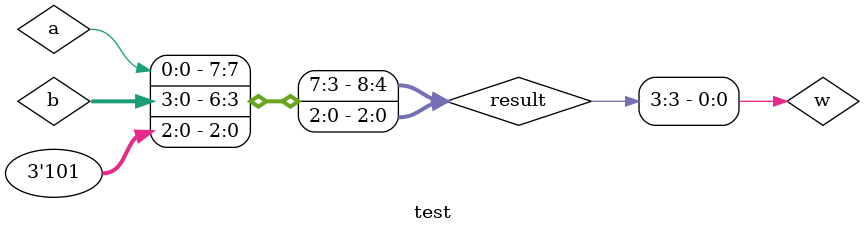
<source format=v>
/*
 * Copyright 2018 ISP RAS (http://www.ispras.ru)
 *
 * Licensed under the Apache License, Version 2.0 (the "License");
 * you may not use this file except in compliance with the License.
 * You may obtain a copy of the License at
 *
 *     http://www.apache.org/licenses/LICENSE-2.0
 *
 * Unless required by applicable law or agreed to in writing, software
 * distributed under the License is distributed on an "AS IS" BASIS,
 * WITHOUT WARRANTIES OR CONDITIONS OF ANY KIND, either express or implied.
 * See the License for the specific language governing permissions and
 * limitations under the License.
 */

// IEEE Std 1364-2005
//   5. Expressions
//    5.1 Operators
//      5.1.14 Concatenations
//        Example 1

// ! TYPE: POSITIVE

module test;

  reg a;
  reg [7:0] b;
  reg w;
  reg [8:0] result;

  initial begin
    // This example concatenates four expressions:
    result = {a, b[3:0], w, 3'b101};
    // It is equivalent to the following example:
    result = {a, b[3], b[2], b[1], b[0], w, 1'b1, 1'b0, 1'b1};
  end
endmodule

</source>
